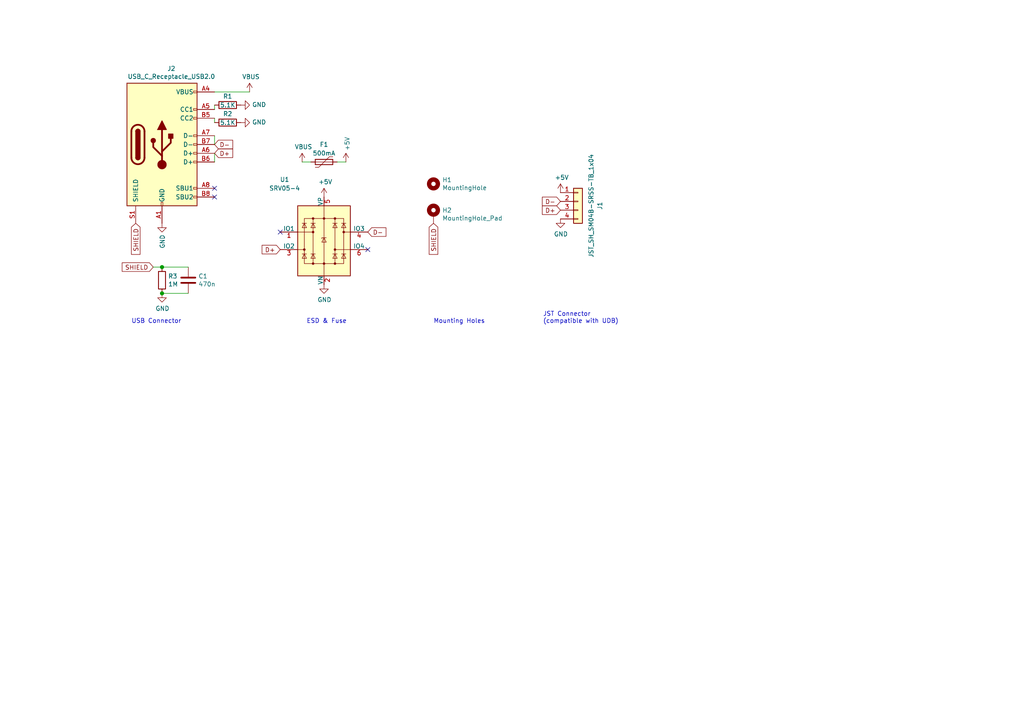
<source format=kicad_sch>
(kicad_sch (version 20210621) (generator eeschema)
  (paper "A4")
  (lib_symbols
    (symbol "Connector:USB_C_Receptacle_USB2.0" (pin_names (offset 1.016))
      (property "Reference" "J" (at -10.16 19.05 0))
      (property "Value" "USB_C_Receptacle_USB2.0" (at 19.05 19.05 0))
      (symbol "USB_C_Receptacle_USB2.0_0_0"
        (rectangle (start -0.254 -17.78) (end 0.254 -16.764))
        (rectangle (start 10.16 -14.986) (end 9.144 -15.494))
        (rectangle (start 10.16 -12.446) (end 9.144 -12.954))
        (rectangle (start 10.16 -4.826) (end 9.144 -5.334))
        (rectangle (start 10.16 -2.286) (end 9.144 -2.794))
        (rectangle (start 10.16 0.254) (end 9.144 -0.254))
        (rectangle (start 10.16 2.794) (end 9.144 2.286))
        (rectangle (start 10.16 7.874) (end 9.144 7.366))
        (rectangle (start 10.16 10.414) (end 9.144 9.906))
        (rectangle (start 10.16 15.494) (end 9.144 14.986))
      )
      (symbol "USB_C_Receptacle_USB2.0_0_1"
        (arc (start -8.89 -3.81) (end -5.08 -3.81) (radius (at -6.985 -3.81) (length 1.905) (angles -179.9 -0.1)) (stroke (width 0.508)))
        (arc (start -7.62 -3.81) (end -6.35 -3.81) (radius (at -6.985 -3.81) (length 0.635) (angles -179.9 -0.1)) (stroke (width 0.254)))
        (arc (start -6.35 3.81) (end -7.62 3.81) (radius (at -6.985 3.81) (length 0.635) (angles 0.1 179.9)) (stroke (width 0.254)))
        (arc (start -5.08 3.81) (end -8.89 3.81) (radius (at -6.985 3.81) (length 1.905) (angles 0.1 179.9)) (stroke (width 0.508)))
        (arc (start -7.62 -3.81) (end -6.35 -3.81) (radius (at -6.985 -3.81) (length 0.635) (angles -179.9 -0.1)) (stroke (width 0.254)) (fill (type outline)))
        (arc (start -6.35 3.81) (end -7.62 3.81) (radius (at -6.985 3.81) (length 0.635) (angles 0.1 179.9)) (stroke (width 0.254)) (fill (type outline)))
        (circle (center -2.54 1.143) (radius 0.635) (stroke (width 0.254)) (fill (type outline)))
        (circle (center 0 -5.842) (radius 1.27) (fill (type outline)))
        (rectangle (start -7.62 -3.81) (end -6.35 3.81) (stroke (width 0.254)) (fill (type outline)))
        (rectangle (start 1.905 1.778) (end 3.175 3.048) (stroke (width 0.254)) (fill (type outline)))
        (rectangle (start -10.16 17.78) (end 10.16 -17.78) (stroke (width 0.254)) (fill (type background)))
        (polyline (pts (xy -8.89 -3.81) (xy -8.89 3.81)) (stroke (width 0.508)))
        (polyline (pts (xy -5.08 3.81) (xy -5.08 -3.81)) (stroke (width 0.508)))
        (polyline (pts (xy 0 -5.842) (xy 0 4.318)) (stroke (width 0.508)))
        (polyline (pts (xy 0 -3.302) (xy -2.54 -0.762) (xy -2.54 0.508)) (stroke (width 0.508)))
        (polyline (pts (xy 0 -2.032) (xy 2.54 0.508) (xy 2.54 1.778)) (stroke (width 0.508)))
        (polyline (pts (xy -1.27 4.318) (xy 0 6.858) (xy 1.27 4.318) (xy -1.27 4.318)) (stroke (width 0.254)) (fill (type outline)))
      )
      (symbol "USB_C_Receptacle_USB2.0_1_1"
        (pin passive line (at 0 -22.86 90) (length 5.08) (name "GND") (number "A1"))
        (pin passive line (at 0 -22.86 90) (length 5.08) hide (name "GND") (number "A12"))
        (pin passive line (at 15.24 15.24 180) (length 5.08) (name "VBUS") (number "A4"))
        (pin bidirectional line (at 15.24 10.16 180) (length 5.08) (name "CC1") (number "A5"))
        (pin bidirectional line (at 15.24 -2.54 180) (length 5.08) (name "D+") (number "A6"))
        (pin bidirectional line (at 15.24 2.54 180) (length 5.08) (name "D-") (number "A7"))
        (pin bidirectional line (at 15.24 -12.7 180) (length 5.08) (name "SBU1") (number "A8"))
        (pin passive line (at 15.24 15.24 180) (length 5.08) hide (name "VBUS") (number "A9"))
        (pin passive line (at 0 -22.86 90) (length 5.08) hide (name "GND") (number "B1"))
        (pin passive line (at 0 -22.86 90) (length 5.08) hide (name "GND") (number "B12"))
        (pin passive line (at 15.24 15.24 180) (length 5.08) hide (name "VBUS") (number "B4"))
        (pin bidirectional line (at 15.24 7.62 180) (length 5.08) (name "CC2") (number "B5"))
        (pin bidirectional line (at 15.24 -5.08 180) (length 5.08) (name "D+") (number "B6"))
        (pin bidirectional line (at 15.24 0 180) (length 5.08) (name "D-") (number "B7"))
        (pin bidirectional line (at 15.24 -15.24 180) (length 5.08) (name "SBU2") (number "B8"))
        (pin passive line (at 15.24 15.24 180) (length 5.08) hide (name "VBUS") (number "B9"))
        (pin passive line (at -7.62 -22.86 90) (length 5.08) (name "SHIELD") (number "S1"))
      )
    )
    (symbol "Connector_Generic:Conn_01x04" (pin_names (offset 1.016) hide)
      (property "Reference" "J" (at 0 5.08 0))
      (property "Value" "Conn_01x04" (at 0 -7.62 0))
      (symbol "Conn_01x04_1_1"
        (rectangle (start -1.27 -4.953) (end 0 -5.207) (stroke (width 0.1524)))
        (rectangle (start -1.27 -2.413) (end 0 -2.667) (stroke (width 0.1524)))
        (rectangle (start -1.27 0.127) (end 0 -0.127) (stroke (width 0.1524)))
        (rectangle (start -1.27 2.667) (end 0 2.413) (stroke (width 0.1524)))
        (rectangle (start -1.27 3.81) (end 1.27 -6.35) (stroke (width 0.254)) (fill (type background)))
        (pin passive line (at -5.08 2.54 0) (length 3.81) (name "Pin_1") (number "1"))
        (pin passive line (at -5.08 0 0) (length 3.81) (name "Pin_2") (number "2"))
        (pin passive line (at -5.08 -2.54 0) (length 3.81) (name "Pin_3") (number "3"))
        (pin passive line (at -5.08 -5.08 0) (length 3.81) (name "Pin_4") (number "4"))
      )
    )
    (symbol "Device:C" (pin_numbers hide) (pin_names (offset 0.254))
      (property "Reference" "C" (at 0.635 2.54 0))
      (property "Value" "C" (at 0.635 -2.54 0))
      (symbol "C_0_1"
        (polyline (pts (xy -2.032 -0.762) (xy 2.032 -0.762)) (stroke (width 0.508)))
        (polyline (pts (xy -2.032 0.762) (xy 2.032 0.762)) (stroke (width 0.508)))
      )
      (symbol "C_1_1"
        (pin passive line (at 0 3.81 270) (length 2.794) (name "~") (number "1"))
        (pin passive line (at 0 -3.81 90) (length 2.794) (name "~") (number "2"))
      )
    )
    (symbol "Device:Polyfuse" (pin_numbers hide) (pin_names (offset 0))
      (property "Reference" "F" (at -2.54 0 90))
      (property "Value" "Polyfuse" (at 2.54 0 90))
      (symbol "Polyfuse_0_1"
        (rectangle (start -0.762 2.54) (end 0.762 -2.54) (stroke (width 0.254)))
        (polyline (pts (xy 0 2.54) (xy 0 -2.54)))
        (polyline (pts (xy -1.524 2.54) (xy -1.524 1.524) (xy 1.524 -1.524) (xy 1.524 -2.54)))
      )
      (symbol "Polyfuse_1_1"
        (pin passive line (at 0 3.81 270) (length 1.27) (name "~") (number "1"))
        (pin passive line (at 0 -3.81 90) (length 1.27) (name "~") (number "2"))
      )
    )
    (symbol "Device:R" (pin_numbers hide) (pin_names (offset 0))
      (property "Reference" "R" (at 2.032 0 90))
      (property "Value" "R" (at 0 0 90))
      (symbol "R_0_1"
        (rectangle (start -1.016 -2.54) (end 1.016 2.54) (stroke (width 0.254)))
      )
      (symbol "R_1_1"
        (pin passive line (at 0 3.81 270) (length 1.27) (name "~") (number "1"))
        (pin passive line (at 0 -3.81 90) (length 1.27) (name "~") (number "2"))
      )
    )
    (symbol "Mechanical:MountingHole" (pin_names (offset 1.016))
      (property "Reference" "H" (at 0 5.08 0))
      (property "Value" "MountingHole" (at 0 3.175 0))
      (symbol "MountingHole_0_1"
        (circle (center 0 0) (radius 1.27) (stroke (width 1.27)))
      )
    )
    (symbol "Mechanical:MountingHole_Pad" (pin_numbers hide) (pin_names (offset 1.016) hide)
      (property "Reference" "H" (at 0 6.35 0))
      (property "Value" "MountingHole_Pad" (at 0 4.445 0))
      (symbol "MountingHole_Pad_0_1"
        (circle (center 0 1.27) (radius 1.27) (stroke (width 1.27)))
      )
      (symbol "MountingHole_Pad_1_1"
        (pin input line (at 0 -2.54 90) (length 2.54) (name "1") (number "1"))
      )
    )
    (symbol "Power_Protection:SRV05-4" (pin_names (offset 0))
      (property "Reference" "U" (at -5.08 11.43 0))
      (property "Value" "SRV05-4" (at 2.54 11.43 0))
      (symbol "SRV05-4_0_0"
        (rectangle (start -5.715 6.477) (end 5.715 -6.604))
        (polyline (pts (xy -3.175 -6.604) (xy -3.175 6.477)))
        (polyline (pts (xy 3.175 6.477) (xy 3.175 -6.604)))
      )
      (symbol "SRV05-4_0_1"
        (circle (center -5.715 -2.54) (radius 0.2794) (fill (type outline)))
        (circle (center -3.175 -6.604) (radius 0.2794) (fill (type outline)))
        (circle (center -3.175 2.54) (radius 0.2794) (fill (type outline)))
        (circle (center -3.175 6.477) (radius 0.2794) (fill (type outline)))
        (circle (center 0 -6.604) (radius 0.2794) (fill (type outline)))
        (circle (center 0 6.477) (radius 0.2794) (fill (type outline)))
        (circle (center 3.175 -6.604) (radius 0.2794) (fill (type outline)))
        (circle (center 3.175 -2.54) (radius 0.2794) (fill (type outline)))
        (circle (center 3.175 6.477) (radius 0.2794) (fill (type outline)))
        (circle (center 5.715 2.54) (radius 0.2794) (fill (type outline)))
        (rectangle (start -7.62 10.16) (end 7.62 -10.16) (stroke (width 0.254)) (fill (type background)))
        (polyline (pts (xy -7.747 2.54) (xy -3.175 2.54)))
        (polyline (pts (xy -7.62 -2.54) (xy -5.715 -2.54)))
        (polyline (pts (xy -5.08 -3.81) (xy -6.35 -3.81)))
        (polyline (pts (xy -5.08 5.08) (xy -6.35 5.08)))
        (polyline (pts (xy -2.54 -3.81) (xy -3.81 -3.81)))
        (polyline (pts (xy -2.54 5.08) (xy -3.81 5.08)))
        (polyline (pts (xy 0 10.16) (xy 0 -10.16)))
        (polyline (pts (xy 3.81 -3.81) (xy 2.54 -3.81)))
        (polyline (pts (xy 3.81 5.08) (xy 2.54 5.08)))
        (polyline (pts (xy 6.35 -3.81) (xy 5.08 -3.81)))
        (polyline (pts (xy 6.35 5.08) (xy 5.08 5.08)))
        (polyline (pts (xy 7.62 -2.54) (xy 3.175 -2.54)))
        (polyline (pts (xy 7.62 2.54) (xy 5.715 2.54)))
        (polyline (pts (xy 0.635 0.889) (xy -0.635 0.889) (xy -0.635 0.635)))
        (polyline (pts (xy -5.08 -5.08) (xy -6.35 -5.08) (xy -5.715 -3.81) (xy -5.08 -5.08)))
        (polyline (pts (xy -5.08 3.81) (xy -6.35 3.81) (xy -5.715 5.08) (xy -5.08 3.81)))
        (polyline (pts (xy -2.54 -5.08) (xy -3.81 -5.08) (xy -3.175 -3.81) (xy -2.54 -5.08)))
        (polyline (pts (xy -2.54 3.81) (xy -3.81 3.81) (xy -3.175 5.08) (xy -2.54 3.81)))
        (polyline (pts (xy 0.635 -0.381) (xy -0.635 -0.381) (xy 0 0.889) (xy 0.635 -0.381)))
        (polyline (pts (xy 3.81 -5.08) (xy 2.54 -5.08) (xy 3.175 -3.81) (xy 3.81 -5.08)))
        (polyline (pts (xy 3.81 3.81) (xy 2.54 3.81) (xy 3.175 5.08) (xy 3.81 3.81)))
        (polyline (pts (xy 6.35 -5.08) (xy 5.08 -5.08) (xy 5.715 -3.81) (xy 6.35 -5.08)))
        (polyline (pts (xy 6.35 3.81) (xy 5.08 3.81) (xy 5.715 5.08) (xy 6.35 3.81)))
      )
      (symbol "SRV05-4_1_1"
        (pin passive line (at -12.7 2.54 0) (length 5.08) (name "IO1") (number "1"))
        (pin passive line (at 0 -12.7 90) (length 2.54) (name "VN") (number "2"))
        (pin passive line (at -12.7 -2.54 0) (length 5.08) (name "IO2") (number "3"))
        (pin passive line (at 12.7 2.54 180) (length 5.08) (name "IO3") (number "4"))
        (pin passive line (at 0 12.7 270) (length 2.54) (name "VP") (number "5"))
        (pin passive line (at 12.7 -2.54 180) (length 5.08) (name "IO4") (number "6"))
      )
    )
    (symbol "power:+5V" (power) (pin_names (offset 0))
      (property "Value" "+5V" (at 0 3.556 0))
      (symbol "+5V_0_1"
        (polyline (pts (xy -0.762 1.27) (xy 0 2.54)))
        (polyline (pts (xy 0 0) (xy 0 2.54)))
        (polyline (pts (xy 0 2.54) (xy 0.762 1.27)))
      )
      (symbol "+5V_1_1"
        (pin power_in line (at 0 0 90) (length 0) hide (name "+5V") (number "1"))
      )
    )
    (symbol "power:GND" (power) (pin_names (offset 0))
      (property "Value" "GND" (at 0 -3.81 0))
      (symbol "GND_0_1"
        (polyline (pts (xy 0 0) (xy 0 -1.27) (xy 1.27 -1.27) (xy 0 -2.54) (xy -1.27 -1.27) (xy 0 -1.27)))
      )
      (symbol "GND_1_1"
        (pin power_in line (at 0 0 270) (length 0) hide (name "GND") (number "1"))
      )
    )
    (symbol "power:VBUS" (power) (pin_names (offset 0))
      (property "Value" "VBUS" (at 0 3.81 0))
      (symbol "VBUS_0_1"
        (polyline (pts (xy -0.762 1.27) (xy 0 2.54)))
        (polyline (pts (xy 0 0) (xy 0 2.54)))
        (polyline (pts (xy 0 2.54) (xy 0.762 1.27)))
      )
      (symbol "VBUS_1_1"
        (pin power_in line (at 0 0 90) (length 0) hide (name "VBUS") (number "1"))
      )
    )
  )
  (junction (at 46.99 77.47) (diameter 1.016))
  (junction (at 46.99 85.09) (diameter 1.016))
  (no_connect (at 62.23 54.61))
  (no_connect (at 62.23 57.15))
  (no_connect (at 81.28 67.31))
  (no_connect (at 106.68 72.39))
  (wire (pts (xy 44.45 77.47) (xy 46.99 77.47)))
  (wire (pts (xy 46.99 85.09) (xy 54.61 85.09)))
  (wire (pts (xy 54.61 77.47) (xy 46.99 77.47)))
  (wire (pts (xy 62.23 31.75) (xy 62.23 30.48)))
  (wire (pts (xy 62.23 35.56) (xy 62.23 34.29)))
  (wire (pts (xy 62.23 39.37) (xy 62.23 41.91)))
  (wire (pts (xy 62.23 46.99) (xy 62.23 44.45)))
  (wire (pts (xy 72.39 26.67) (xy 62.23 26.67)))
  (wire (pts (xy 90.17 46.99) (xy 87.63 46.99)))
  (wire (pts (xy 100.33 46.99) (xy 97.79 46.99)))
  (text "USB Connector" (at 38.1 93.98 0) (effects (font (size 1.27 1.27)) (justify left bottom)))
  (text "ESD & Fuse" (at 88.9 93.98 0) (effects (font (size 1.27 1.27)) (justify left bottom)))
  (text "Mounting Holes" (at 125.73 93.98 0) (effects (font (size 1.27 1.27)) (justify left bottom)))
  (text "JST Connector\n(compatible with UDB)" (at 157.48 93.98 0) (effects (font (size 1.27 1.27)) (justify left bottom)))
  (global_label "SHIELD" (shape input) (at 39.37 64.77 270) (property "Intersheet References" "${INTERSHEET_REFS}" (effects hide)))
  (global_label "SHIELD" (shape input) (at 44.45 77.47 180) (property "Intersheet References" "${INTERSHEET_REFS}" (effects hide)))
  (global_label "D-" (shape input) (at 62.23 41.91 0) (property "Intersheet References" "${INTERSHEET_REFS}" (effects hide)))
  (global_label "D+" (shape input) (at 62.23 44.45 0) (property "Intersheet References" "${INTERSHEET_REFS}" (effects hide)))
  (global_label "D+" (shape input) (at 81.28 72.39 180) (property "Intersheet References" "${INTERSHEET_REFS}" (effects hide)))
  (global_label "D-" (shape input) (at 106.68 67.31 0) (property "Intersheet References" "${INTERSHEET_REFS}" (effects hide)))
  (global_label "SHIELD" (shape input) (at 125.73 64.77 270) (property "Intersheet References" "${INTERSHEET_REFS}" (effects hide)))
  (global_label "D-" (shape input) (at 162.56 58.42 180) (property "Intersheet References" "${INTERSHEET_REFS}" (effects hide)))
  (global_label "D+" (shape input) (at 162.56 60.96 180) (property "Intersheet References" "${INTERSHEET_REFS}" (effects hide)))
  (symbol (lib_id "power:VBUS") (at 72.39 26.67 0) (unit 1)
    (property "Reference" "#PWR03" (effects hide))
    (property "Value" "VBUS" (at 72.771 22.2758 0))
  )
  (symbol (lib_id "power:VBUS") (at 87.63 46.99 0) (unit 1)
    (property "Reference" "#PWR0103" (effects hide))
    (property "Value" "VBUS" (at 88.011 42.5958 0))
  )
  (symbol (lib_id "power:+5V") (at 93.98 57.15 0) (unit 1)
    (property "Reference" "#PWR01" (effects hide))
    (property "Value" "+5V" (at 94.361 52.7558 0))
  )
  (symbol (lib_id "power:+5V") (at 100.33 46.99 0) (unit 1)
    (property "Reference" "#PWR04" (effects hide))
    (property "Value" "+5V" (at 100.711 43.7388 90) (effects (justify left)))
  )
  (symbol (lib_id "power:+5V") (at 162.56 55.88 0) (unit 1)
    (property "Reference" "#PWR0102" (effects hide))
    (property "Value" "+5V" (at 162.941 51.4858 0))
  )
  (symbol (lib_id "power:GND") (at 46.99 64.77 0) (unit 1)
    (property "Reference" "#PWR0104" (effects hide))
    (property "Value" "GND" (at 47.117 68.0212 90) (effects (justify right)))
  )
  (symbol (lib_id "power:GND") (at 46.99 85.09 0) (unit 1)
    (property "Reference" "#PWR010" (effects hide))
    (property "Value" "GND" (at 47.117 89.4842 0))
  )
  (symbol (lib_id "power:GND") (at 69.85 30.48 90) (unit 1)
    (property "Reference" "#PWR05" (effects hide))
    (property "Value" "GND" (at 73.1012 30.353 90) (effects (justify right)))
  )
  (symbol (lib_id "power:GND") (at 69.85 35.56 90) (unit 1)
    (property "Reference" "#PWR07" (effects hide))
    (property "Value" "GND" (at 73.1012 35.433 90) (effects (justify right)))
  )
  (symbol (lib_id "power:GND") (at 93.98 82.55 0) (unit 1)
    (property "Reference" "#PWR06" (effects hide))
    (property "Value" "GND" (at 94.107 86.9442 0))
  )
  (symbol (lib_id "power:GND") (at 162.56 63.5 0) (unit 1)
    (property "Reference" "#PWR0101" (effects hide))
    (property "Value" "GND" (at 162.687 67.8942 0))
  )
  (symbol (lib_id "Mechanical:MountingHole") (at 125.73 53.34 0) (unit 1)
    (property "Reference" "H1" (at 128.27 52.1716 0) (effects (justify left)))
    (property "Value" "MountingHole" (at 128.27 54.483 0) (effects (justify left)))
    (property "Footprint" "MountingHole:MountingHole_2.2mm_M2_DIN965_Pad" (effects hide))
  )
  (symbol (lib_id "Device:R") (at 46.99 81.28 0) (unit 1)
    (property "Reference" "R3" (at 48.768 80.1116 0) (effects (justify left)))
    (property "Value" "1M" (at 48.768 82.423 0) (effects (justify left)))
    (property "Footprint" "Resistor_SMD:R_1206_3216Metric" (effects hide))
    (property "jlc" "C17927" (effects hide))
  )
  (symbol (lib_id "Device:R") (at 66.04 30.48 270) (unit 1)
    (property "Reference" "R1" (at 66.04 27.94 90))
    (property "Value" "5.1K" (at 66.04 30.48 90))
    (property "Footprint" "Resistor_SMD:R_0603_1608Metric" (effects hide))
    (property "jlc" "C23186" (effects hide))
  )
  (symbol (lib_id "Device:R") (at 66.04 35.56 270) (unit 1)
    (property "Reference" "R2" (at 66.04 33.02 90))
    (property "Value" "5.1K" (at 66.04 35.56 90))
    (property "Footprint" "Resistor_SMD:R_0603_1608Metric" (effects hide))
    (property "jlc" "C23186" (effects hide))
  )
  (symbol (lib_id "Mechanical:MountingHole_Pad") (at 125.73 62.23 0) (unit 1)
    (property "Reference" "H2" (at 128.27 60.9854 0) (effects (justify left)))
    (property "Value" "MountingHole_Pad" (at 128.27 63.2968 0) (effects (justify left)))
    (property "Footprint" "MountingHole:MountingHole_2.2mm_M2_DIN965_Pad" (effects hide))
  )
  (symbol (lib_id "Device:Polyfuse") (at 93.98 46.99 270) (unit 1)
    (property "Reference" "F1" (at 93.98 41.91 90))
    (property "Value" "500mA" (at 93.98 44.45 90))
    (property "Footprint" "Fuse:Fuse_1206_3216Metric" (effects hide))
    (property "jlc" "C70076" (effects hide))
  )
  (symbol (lib_id "Device:C") (at 54.61 81.28 0) (unit 1)
    (property "Reference" "C1" (at 57.531 80.1116 0) (effects (justify left)))
    (property "Value" "470n" (at 57.531 82.423 0) (effects (justify left)))
    (property "Footprint" "Capacitor_SMD:C_0805_2012Metric" (effects hide))
    (property "jlc" "C13967" (effects hide))
  )
  (symbol (lib_id "Connector_Generic:Conn_01x04") (at 167.64 58.42 0) (unit 1)
    (property "Reference" "J1" (at 173.99 59.69 90))
    (property "Value" "JST_SH_SM04B-SRSS-TB_1x04" (at 171.45 59.69 90))
    (property "Footprint" "Connector_JST:JST_SH_SM04B-SRSS-TB_1x04-1MP_P1.00mm_Horizontal" (effects hide))
  )
  (symbol (lib_id "Power_Protection:SRV05-4") (at 93.98 69.85 0) (unit 1)
    (property "Reference" "U1" (at 82.55 52.07 0))
    (property "Value" "SRV05-4" (at 82.55 54.61 0))
    (property "Footprint" "Package_TO_SOT_SMD:SOT-23-6" (effects hide))
    (property "Datasheet" "http://www.onsemi.com/pub/Collateral/SRV05-4-D.PDF" (effects hide))
    (property "jlc" "C85364" (effects hide))
  )
  (symbol (lib_id "Connector:USB_C_Receptacle_USB2.0") (at 46.99 41.91 0) (unit 1)
    (property "Reference" "J2" (at 49.7078 19.8882 0))
    (property "Value" "USB_C_Receptacle_USB2.0" (at 49.7078 22.1996 0))
    (property "Footprint" "Connector_USB:USB_C_Receptacle_HRO_TYPE-C-31-M-12" (effects hide))
    (property "Datasheet" "https://www.usb.org/sites/default/files/documents/usb_type-c.zip" (effects hide))
  )
)
</source>
